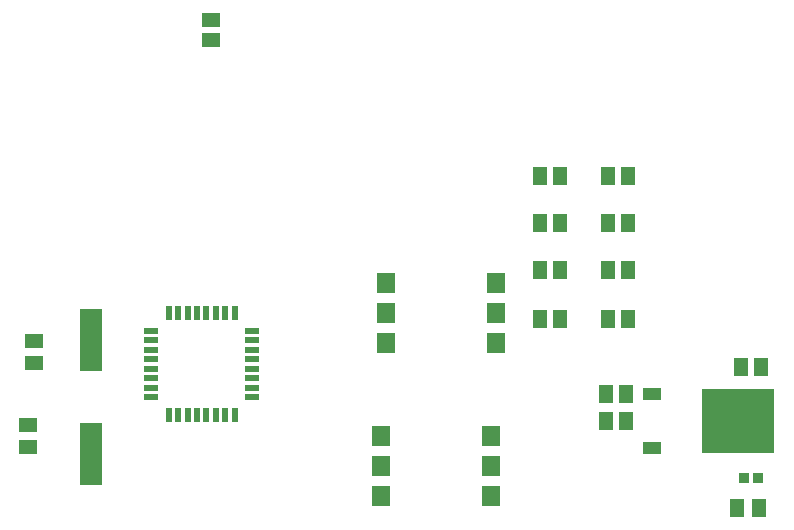
<source format=gtp>
G75*
%MOIN*%
%OFA0B0*%
%FSLAX25Y25*%
%IPPOS*%
%LPD*%
%AMOC8*
5,1,8,0,0,1.08239X$1,22.5*
%
%ADD10R,0.05906X0.05118*%
%ADD11R,0.05118X0.05906*%
%ADD12R,0.24409X0.21260*%
%ADD13R,0.06299X0.03937*%
%ADD14R,0.05984X0.07008*%
%ADD15R,0.03346X0.03543*%
%ADD16R,0.05118X0.06299*%
%ADD17R,0.05000X0.02200*%
%ADD18R,0.02200X0.05000*%
%ADD19R,0.07600X0.21000*%
D10*
X0063500Y0101760D03*
X0063500Y0109240D03*
X0065500Y0129760D03*
X0065500Y0137240D03*
X0124618Y0237350D03*
X0124618Y0244043D03*
D11*
X0234382Y0192020D03*
X0241075Y0192020D03*
X0256933Y0192020D03*
X0263626Y0192020D03*
X0263626Y0176461D03*
X0256933Y0176461D03*
X0241075Y0176461D03*
X0234382Y0176461D03*
X0234382Y0160902D03*
X0241075Y0160902D03*
X0256933Y0160902D03*
X0263626Y0160902D03*
X0263626Y0144563D03*
X0256933Y0144563D03*
X0241075Y0144343D03*
X0234382Y0144343D03*
X0256154Y0119500D03*
X0262846Y0119500D03*
X0262846Y0110500D03*
X0256154Y0110500D03*
X0301154Y0128500D03*
X0307846Y0128500D03*
D12*
X0300343Y0110500D03*
D13*
X0271602Y0101524D03*
X0271602Y0119476D03*
D14*
X0219472Y0136437D03*
X0219472Y0146437D03*
X0219472Y0156437D03*
X0182898Y0156437D03*
X0182898Y0146437D03*
X0182898Y0136437D03*
X0181213Y0105500D03*
X0181213Y0095500D03*
X0181213Y0085500D03*
X0217787Y0085500D03*
X0217787Y0095500D03*
X0217787Y0105500D03*
D15*
X0302217Y0091500D03*
X0306783Y0091500D03*
D16*
X0307240Y0081500D03*
X0299760Y0081500D03*
D17*
X0138400Y0118476D03*
X0138400Y0121626D03*
X0138400Y0124776D03*
X0138400Y0127925D03*
X0138400Y0131075D03*
X0138400Y0134224D03*
X0138400Y0137374D03*
X0138400Y0140524D03*
X0104600Y0140524D03*
X0104600Y0137374D03*
X0104600Y0134224D03*
X0104600Y0131075D03*
X0104600Y0127925D03*
X0104600Y0124776D03*
X0104600Y0121626D03*
X0104600Y0118476D03*
D18*
X0110476Y0112600D03*
X0113626Y0112600D03*
X0116776Y0112600D03*
X0119925Y0112600D03*
X0123075Y0112600D03*
X0126224Y0112600D03*
X0129374Y0112600D03*
X0132524Y0112600D03*
X0132524Y0146400D03*
X0129374Y0146400D03*
X0126224Y0146400D03*
X0123075Y0146400D03*
X0119925Y0146400D03*
X0116776Y0146400D03*
X0113626Y0146400D03*
X0110476Y0146400D03*
D19*
X0084500Y0099500D03*
X0084500Y0137500D03*
M02*

</source>
